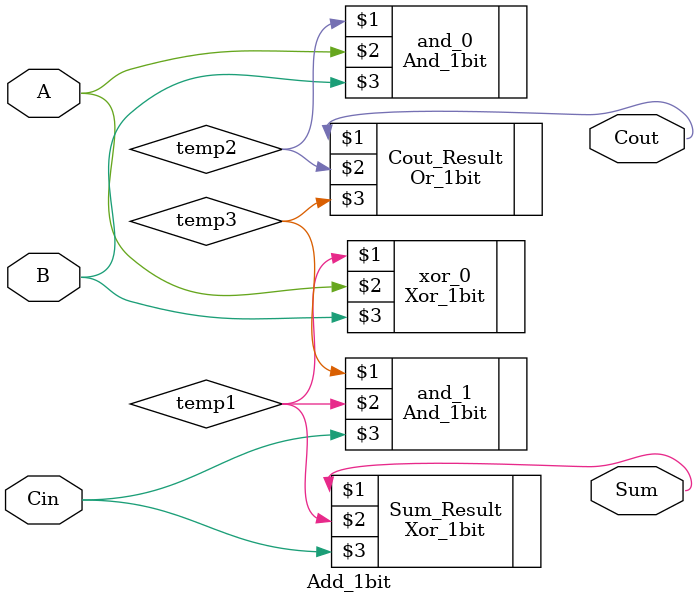
<source format=v>
module Add_1bit(Sum,Cout,A,B,Cin);
output Sum;
output Cout;
input A,B;
input Cin;
wire temp1,temp2,temp3;
Xor_1bit xor_0 (temp1,A,B);
And_1bit and_0 (temp2,A,B);
And_1bit and_1 (temp3,temp1,Cin);
Xor_1bit Sum_Result (Sum,temp1,Cin);
Or_1bit Cout_Result (Cout,temp2,temp3);
endmodule


</source>
